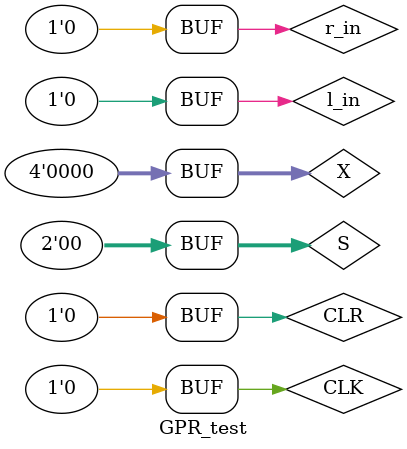
<source format=v>
`timescale 1ns / 1ps


module GPR_test;

	// Inputs
	reg CLR;
	reg CLK;
	reg r_in;
	reg l_in;
	reg [1:0] S;
	reg [3:0] X;

	// Outputs
	wire [3:0] Q;

	// Instantiate the Unit Under Test (UUT)
	GPR uut (
		.CLR(CLR), 
		.CLK(CLK), 
		.r_in(r_in), 
		.l_in(l_in), 
		.S(S), 
		.X(X), 
		.Q(Q)
	);

	initial begin
		// Initialize Inputs
		CLR = 0;
		CLK = 0;
		r_in = 0;
		l_in = 0;
		S = 0;
		X = 0;

		// Wait 100 ns for global reset to finish
		#100;
        
		// Add stimulus here

	end
      
endmodule


</source>
